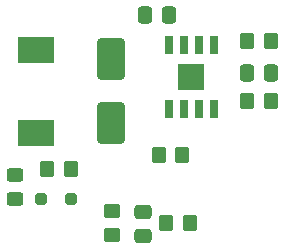
<source format=gbr>
%TF.GenerationSoftware,KiCad,Pcbnew,9.0.3*%
%TF.CreationDate,2025-07-11T14:37:00-05:00*%
%TF.ProjectId,drvplugin,64727670-6c75-4676-996e-2e6b69636164,rev?*%
%TF.SameCoordinates,Original*%
%TF.FileFunction,Paste,Top*%
%TF.FilePolarity,Positive*%
%FSLAX46Y46*%
G04 Gerber Fmt 4.6, Leading zero omitted, Abs format (unit mm)*
G04 Created by KiCad (PCBNEW 9.0.3) date 2025-07-11 14:37:00*
%MOMM*%
%LPD*%
G01*
G04 APERTURE LIST*
G04 Aperture macros list*
%AMRoundRect*
0 Rectangle with rounded corners*
0 $1 Rounding radius*
0 $2 $3 $4 $5 $6 $7 $8 $9 X,Y pos of 4 corners*
0 Add a 4 corners polygon primitive as box body*
4,1,4,$2,$3,$4,$5,$6,$7,$8,$9,$2,$3,0*
0 Add four circle primitives for the rounded corners*
1,1,$1+$1,$2,$3*
1,1,$1+$1,$4,$5*
1,1,$1+$1,$6,$7*
1,1,$1+$1,$8,$9*
0 Add four rect primitives between the rounded corners*
20,1,$1+$1,$2,$3,$4,$5,0*
20,1,$1+$1,$4,$5,$6,$7,0*
20,1,$1+$1,$6,$7,$8,$9,0*
20,1,$1+$1,$8,$9,$2,$3,0*%
G04 Aperture macros list end*
%ADD10RoundRect,0.250000X-0.350000X-0.450000X0.350000X-0.450000X0.350000X0.450000X-0.350000X0.450000X0*%
%ADD11RoundRect,0.250000X-0.475000X0.337500X-0.475000X-0.337500X0.475000X-0.337500X0.475000X0.337500X0*%
%ADD12R,0.650000X1.525000*%
%ADD13R,2.280000X2.280000*%
%ADD14RoundRect,0.250000X-0.450000X0.350000X-0.450000X-0.350000X0.450000X-0.350000X0.450000X0.350000X0*%
%ADD15R,3.050000X2.200000*%
%ADD16RoundRect,0.250000X0.350000X0.450000X-0.350000X0.450000X-0.350000X-0.450000X0.350000X-0.450000X0*%
%ADD17RoundRect,0.250000X-0.900000X1.500000X-0.900000X-1.500000X0.900000X-1.500000X0.900000X1.500000X0*%
%ADD18RoundRect,0.250000X-0.250000X-0.250000X0.250000X-0.250000X0.250000X0.250000X-0.250000X0.250000X0*%
%ADD19RoundRect,0.250000X-0.337500X-0.475000X0.337500X-0.475000X0.337500X0.475000X-0.337500X0.475000X0*%
%ADD20RoundRect,0.250000X-0.450000X0.325000X-0.450000X-0.325000X0.450000X-0.325000X0.450000X0.325000X0*%
%ADD21RoundRect,0.250000X0.337500X0.475000X-0.337500X0.475000X-0.337500X-0.475000X0.337500X-0.475000X0*%
G04 APERTURE END LIST*
D10*
%TO.C,R6*%
X65478000Y-53500000D03*
X67478000Y-53500000D03*
%TD*%
D11*
%TO.C,C1*%
X56625000Y-62867500D03*
X56625000Y-64942500D03*
%TD*%
D12*
%TO.C,U2*%
X62635000Y-48754000D03*
X61365000Y-48754000D03*
X60095000Y-48754000D03*
X58825000Y-48754000D03*
X58825000Y-54178000D03*
X60095000Y-54178000D03*
X61365000Y-54178000D03*
X62635000Y-54178000D03*
D13*
X60730000Y-51466000D03*
%TD*%
D10*
%TO.C,R2*%
X48500000Y-59300000D03*
X50500000Y-59300000D03*
%TD*%
D14*
%TO.C,R1*%
X53975000Y-62805000D03*
X53975000Y-64805000D03*
%TD*%
D15*
%TO.C,D2*%
X47580000Y-49191000D03*
X47580000Y-56191000D03*
%TD*%
D10*
%TO.C,R5*%
X65478000Y-48400000D03*
X67478000Y-48400000D03*
%TD*%
D16*
%TO.C,R3*%
X60575000Y-63855000D03*
X58575000Y-63855000D03*
%TD*%
D17*
%TO.C,TVS1*%
X53955000Y-49964000D03*
X53955000Y-55364000D03*
%TD*%
D18*
%TO.C,D1*%
X48025000Y-61800000D03*
X50525000Y-61800000D03*
%TD*%
D19*
%TO.C,C2*%
X56762500Y-46200000D03*
X58837500Y-46200000D03*
%TD*%
D10*
%TO.C,R4*%
X57950000Y-58100000D03*
X59950000Y-58100000D03*
%TD*%
D20*
%TO.C,LED1*%
X45800000Y-59750000D03*
X45800000Y-61800000D03*
%TD*%
D21*
%TO.C,C3*%
X67485500Y-51100000D03*
X65410500Y-51100000D03*
%TD*%
M02*

</source>
